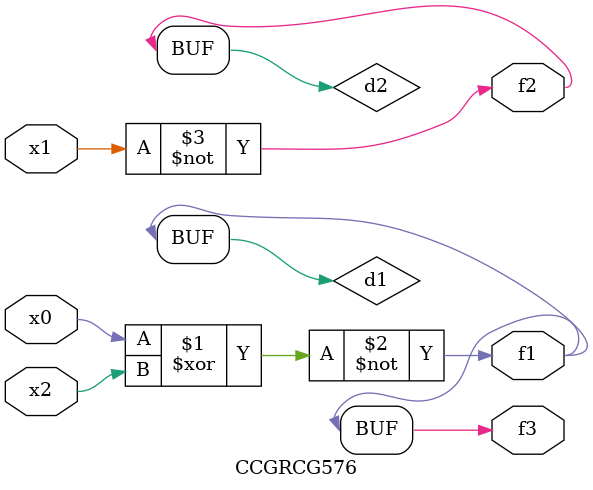
<source format=v>
module CCGRCG576(
	input x0, x1, x2,
	output f1, f2, f3
);

	wire d1, d2, d3;

	xnor (d1, x0, x2);
	nand (d2, x1);
	nor (d3, x1, x2);
	assign f1 = d1;
	assign f2 = d2;
	assign f3 = d1;
endmodule

</source>
